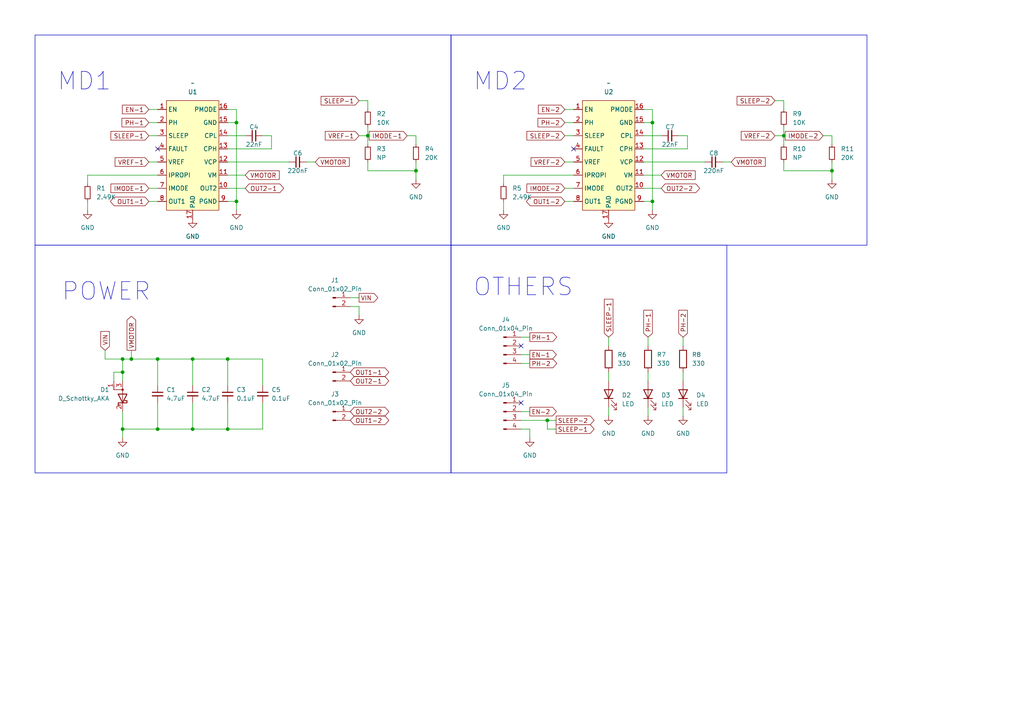
<source format=kicad_sch>
(kicad_sch (version 20230121) (generator eeschema)
  (paper "A4")
  (lib_symbols
    (symbol "@2023-2_MotorDriver:DRV8874"
      (property "Reference" "U" (at 0 1.27 0))
      (symbol "DRV8874_1_1"
        (rectangle (start -7.62 0) (end 7.62 -31.75) (fill (type background)))
        (pin passive line (at -10.16 -2.54 0) (length 2.54) (name "EN") (number "1"))
        (pin passive line (at 10.16 -25.4 180) (length 2.54) (name "OUT2") (number "10"))
        (pin passive line (at 10.16 -21.59 180) (length 2.54) (name "VM") (number "11"))
        (pin passive line (at 10.16 -17.78 180) (length 2.54) (name "VCP") (number "12"))
        (pin passive line (at 10.16 -13.97 180) (length 2.54) (name "CPH") (number "13"))
        (pin passive line (at 10.16 -10.16 180) (length 2.54) (name "CPL") (number "14"))
        (pin passive line (at 10.16 -6.35 180) (length 2.54) (name "GND") (number "15"))
        (pin passive line (at 10.16 -2.54 180) (length 2.54) (name "PMODE") (number "16"))
        (pin passive line (at 0 -34.29 90) (length 2.54) (name "PAD") (number "17"))
        (pin passive line (at -10.16 -6.35 0) (length 2.54) (name "PH") (number "2"))
        (pin passive line (at -10.16 -10.16 0) (length 2.54) (name "SLEEP") (number "3"))
        (pin passive line (at -10.16 -13.97 0) (length 2.54) (name "FAULT") (number "4"))
        (pin passive line (at -10.16 -17.78 0) (length 2.54) (name "VREF") (number "5"))
        (pin passive line (at -10.16 -21.59 0) (length 2.54) (name "IPROPI") (number "6"))
        (pin passive line (at -10.16 -25.4 0) (length 2.54) (name "IMODE") (number "7"))
        (pin passive line (at -10.16 -29.21 0) (length 2.54) (name "OUT1") (number "8"))
        (pin passive line (at 10.16 -29.21 180) (length 2.54) (name "PGND") (number "9"))
      )
    )
    (symbol "Connector:Conn_01x02_Pin" (pin_names (offset 1.016) hide)
      (property "Reference" "J" (at 0 2.54 0))
      (property "Value" "Conn_01x02_Pin" (at 0 -5.08 0))
      (symbol "Conn_01x02_Pin_1_1"
        (polyline (pts (xy 1.27 -2.54) (xy 0.8636 -2.54)) (stroke (width 0.1524)))
        (polyline (pts (xy 1.27 0) (xy 0.8636 0)) (stroke (width 0.1524)))
        (rectangle (start 0.8636 -2.413) (end 0 -2.667) (stroke (width 0.1524)) (fill (type outline)))
        (rectangle (start 0.8636 0.127) (end 0 -0.127) (stroke (width 0.1524)) (fill (type outline)))
        (pin passive line (at 5.08 0 180) (length 3.81) (name "Pin_1") (number "1"))
        (pin passive line (at 5.08 -2.54 180) (length 3.81) (name "Pin_2") (number "2"))
      )
    )
    (symbol "Connector:Conn_01x04_Pin" (pin_names (offset 1.016) hide)
      (property "Reference" "J" (at 0 5.08 0))
      (property "Value" "Conn_01x04_Pin" (at 0 -7.62 0))
      (symbol "Conn_01x04_Pin_1_1"
        (polyline (pts (xy 1.27 -5.08) (xy 0.8636 -5.08)) (stroke (width 0.1524)))
        (polyline (pts (xy 1.27 -2.54) (xy 0.8636 -2.54)) (stroke (width 0.1524)))
        (polyline (pts (xy 1.27 0) (xy 0.8636 0)) (stroke (width 0.1524)))
        (polyline (pts (xy 1.27 2.54) (xy 0.8636 2.54)) (stroke (width 0.1524)))
        (rectangle (start 0.8636 -4.953) (end 0 -5.207) (stroke (width 0.1524)) (fill (type outline)))
        (rectangle (start 0.8636 -2.413) (end 0 -2.667) (stroke (width 0.1524)) (fill (type outline)))
        (rectangle (start 0.8636 0.127) (end 0 -0.127) (stroke (width 0.1524)) (fill (type outline)))
        (rectangle (start 0.8636 2.667) (end 0 2.413) (stroke (width 0.1524)) (fill (type outline)))
        (pin passive line (at 5.08 2.54 180) (length 3.81) (name "Pin_1") (number "1"))
        (pin passive line (at 5.08 0 180) (length 3.81) (name "Pin_2") (number "2"))
        (pin passive line (at 5.08 -2.54 180) (length 3.81) (name "Pin_3") (number "3"))
        (pin passive line (at 5.08 -5.08 180) (length 3.81) (name "Pin_4") (number "4"))
      )
    )
    (symbol "Device:C_Small" (pin_numbers hide) (pin_names (offset 0.254) hide)
      (property "Reference" "C" (at 0.254 1.778 0))
      (property "Value" "C_Small" (at 0.254 -2.032 0))
      (symbol "C_Small_0_1"
        (polyline (pts (xy -1.524 -0.508) (xy 1.524 -0.508)) (stroke (width 0.3302)))
        (polyline (pts (xy -1.524 0.508) (xy 1.524 0.508)) (stroke (width 0.3048)))
      )
      (symbol "C_Small_1_1"
        (pin passive line (at 0 2.54 270) (length 2.032) (name "~") (number "1"))
        (pin passive line (at 0 -2.54 90) (length 2.032) (name "~") (number "2"))
      )
    )
    (symbol "Device:D_Schottky_AKA" (pin_names (offset 0) hide)
      (property "Reference" "D" (at 0 2.54 0))
      (property "Value" "D_Schottky_AKA" (at 0 -2.54 0))
      (symbol "D_Schottky_AKA_0_1"
        (polyline (pts (xy 1.27 1.27) (xy 1.27 -1.27) (xy -1.27 0) (xy 1.27 1.27)) (stroke (width 0.254)))
        (polyline (pts (xy 3.81 2.54) (xy 2.54 2.54) (xy 2.54 0) (xy -1.27 0)))
        (polyline (pts (xy -1.905 0.635) (xy -1.905 1.27) (xy -1.27 1.27) (xy -1.27 -1.27) (xy -0.635 -1.27) (xy -0.635 -0.635)) (stroke (width 0.254)))
        (circle (center 2.54 0) (radius 0.254) (fill (type outline)))
      )
      (symbol "D_Schottky_AKA_1_1"
        (pin input line (at 5.08 2.54 180) (length 2.54) (name "A") (number "1"))
        (pin passive line (at -3.81 0 0) (length 2.54) (name "K") (number "2"))
        (pin passive line (at 5.08 0 180) (length 2.54) (name "A") (number "3"))
      )
    )
    (symbol "Device:LED" (pin_numbers hide) (pin_names (offset 1.016) hide)
      (property "Reference" "D" (at 0 2.54 0))
      (property "Value" "LED" (at 0 -2.54 0))
      (symbol "LED_0_1"
        (polyline (pts (xy -1.27 -1.27) (xy -1.27 1.27)) (stroke (width 0.254)))
        (polyline (pts (xy -1.27 0) (xy 1.27 0)))
        (polyline (pts (xy 1.27 -1.27) (xy 1.27 1.27) (xy -1.27 0) (xy 1.27 -1.27)) (stroke (width 0.254)))
        (polyline (pts (xy -3.048 -0.762) (xy -4.572 -2.286) (xy -3.81 -2.286) (xy -4.572 -2.286) (xy -4.572 -1.524)))
        (polyline (pts (xy -1.778 -0.762) (xy -3.302 -2.286) (xy -2.54 -2.286) (xy -3.302 -2.286) (xy -3.302 -1.524)))
      )
      (symbol "LED_1_1"
        (pin passive line (at -3.81 0 0) (length 2.54) (name "K") (number "1"))
        (pin passive line (at 3.81 0 180) (length 2.54) (name "A") (number "2"))
      )
    )
    (symbol "Device:R" (pin_numbers hide) (pin_names (offset 0))
      (property "Reference" "R" (at 2.032 0 90))
      (property "Value" "R" (at 0 0 90))
      (symbol "R_0_1"
        (rectangle (start -1.016 -2.54) (end 1.016 2.54) (stroke (width 0.254)))
      )
      (symbol "R_1_1"
        (pin passive line (at 0 3.81 270) (length 1.27) (name "~") (number "1"))
        (pin passive line (at 0 -3.81 90) (length 1.27) (name "~") (number "2"))
      )
    )
    (symbol "Device:R_Small" (pin_numbers hide) (pin_names (offset 0.254) hide)
      (property "Reference" "R" (at 0.762 0.508 0))
      (property "Value" "R_Small" (at 0.762 -1.016 0))
      (symbol "R_Small_0_1"
        (rectangle (start -0.762 1.778) (end 0.762 -1.778) (stroke (width 0.2032)))
      )
      (symbol "R_Small_1_1"
        (pin passive line (at 0 2.54 270) (length 0.762) (name "~") (number "1"))
        (pin passive line (at 0 -2.54 90) (length 0.762) (name "~") (number "2"))
      )
    )
    (symbol "power:GND" (power) (pin_names (offset 0))
      (property "Value" "GND" (at 0 -3.81 0))
      (symbol "GND_0_1"
        (polyline (pts (xy 0 0) (xy 0 -1.27) (xy 1.27 -1.27) (xy 0 -2.54) (xy -1.27 -1.27) (xy 0 -1.27)))
      )
      (symbol "GND_1_1"
        (pin power_in line (at 0 0 270) (length 0) hide (name "GND") (number "1"))
      )
    )
  )
  (junction (at 68.58 35.56))
  (junction (at 38.1 104.14))
  (junction (at 68.58 58.42))
  (junction (at 55.88 104.14))
  (junction (at 66.04 124.46))
  (junction (at 120.65 49.53))
  (junction (at 55.88 124.46))
  (junction (at 106.68 39.37))
  (junction (at 66.04 104.14))
  (junction (at 241.3 49.53))
  (junction (at 45.72 104.14))
  (junction (at 45.72 124.46))
  (junction (at 35.56 124.46))
  (junction (at 35.56 107.95))
  (junction (at 158.75 121.92))
  (junction (at 35.56 104.14))
  (junction (at 189.23 58.42))
  (junction (at 189.23 35.56))
  (junction (at 227.33 39.37))
  (no_connect (at 45.72 43.18))
  (no_connect (at 151.13 116.84))
  (no_connect (at 151.13 100.33))
  (no_connect (at 166.37 43.18))
  (wire (pts (xy 227.33 39.37) (xy 227.33 41.91)))
  (wire (pts (xy 35.56 119.38) (xy 35.56 124.46)))
  (wire (pts (xy 176.53 107.95) (xy 176.53 110.49)))
  (wire (pts (xy 66.04 50.8) (xy 71.12 50.8)))
  (wire (pts (xy 163.83 46.99) (xy 166.37 46.99)))
  (wire (pts (xy 43.18 35.56) (xy 45.72 35.56)))
  (wire (pts (xy 66.04 35.56) (xy 68.58 35.56)))
  (wire (pts (xy 120.65 46.99) (xy 120.65 49.53)))
  (wire (pts (xy 158.75 121.92) (xy 161.29 121.92)))
  (wire (pts (xy 176.53 118.11) (xy 176.53 120.65)))
  (wire (pts (xy 106.68 36.83) (xy 106.68 39.37)))
  (wire (pts (xy 33.02 110.49) (xy 33.02 107.95)))
  (wire (pts (xy 68.58 58.42) (xy 68.58 60.96)))
  (wire (pts (xy 187.96 107.95) (xy 187.96 110.49)))
  (wire (pts (xy 30.48 101.6) (xy 30.48 104.14)))
  (wire (pts (xy 66.04 39.37) (xy 71.12 39.37)))
  (wire (pts (xy 186.69 54.61) (xy 191.77 54.61)))
  (wire (pts (xy 163.83 58.42) (xy 166.37 58.42)))
  (wire (pts (xy 35.56 124.46) (xy 35.56 127)))
  (wire (pts (xy 163.83 31.75) (xy 166.37 31.75)))
  (wire (pts (xy 224.79 29.21) (xy 227.33 29.21)))
  (wire (pts (xy 66.04 31.75) (xy 68.58 31.75)))
  (wire (pts (xy 45.72 124.46) (xy 55.88 124.46)))
  (wire (pts (xy 224.79 39.37) (xy 227.33 39.37)))
  (wire (pts (xy 241.3 46.99) (xy 241.3 49.53)))
  (wire (pts (xy 151.13 97.79) (xy 153.67 97.79)))
  (wire (pts (xy 106.68 29.21) (xy 106.68 31.75)))
  (wire (pts (xy 43.18 46.99) (xy 45.72 46.99)))
  (wire (pts (xy 66.04 58.42) (xy 68.58 58.42)))
  (wire (pts (xy 106.68 39.37) (xy 106.68 41.91)))
  (wire (pts (xy 104.14 39.37) (xy 106.68 39.37)))
  (wire (pts (xy 158.75 124.46) (xy 161.29 124.46)))
  (wire (pts (xy 186.69 46.99) (xy 204.47 46.99)))
  (wire (pts (xy 186.69 39.37) (xy 191.77 39.37)))
  (wire (pts (xy 186.69 35.56) (xy 189.23 35.56)))
  (wire (pts (xy 38.1 101.6) (xy 38.1 104.14)))
  (wire (pts (xy 163.83 35.56) (xy 166.37 35.56)))
  (wire (pts (xy 55.88 111.76) (xy 55.88 104.14)))
  (wire (pts (xy 76.2 39.37) (xy 78.74 39.37)))
  (wire (pts (xy 55.88 104.14) (xy 66.04 104.14)))
  (wire (pts (xy 241.3 39.37) (xy 241.3 41.91)))
  (wire (pts (xy 186.69 43.18) (xy 199.39 43.18)))
  (wire (pts (xy 146.05 50.8) (xy 166.37 50.8)))
  (wire (pts (xy 35.56 104.14) (xy 35.56 107.95)))
  (wire (pts (xy 104.14 88.9) (xy 104.14 91.44)))
  (wire (pts (xy 158.75 124.46) (xy 158.75 121.92)))
  (wire (pts (xy 88.9 46.99) (xy 91.44 46.99)))
  (wire (pts (xy 198.12 118.11) (xy 198.12 120.65)))
  (wire (pts (xy 176.53 97.79) (xy 176.53 100.33)))
  (wire (pts (xy 66.04 104.14) (xy 76.2 104.14)))
  (wire (pts (xy 199.39 39.37) (xy 199.39 43.18)))
  (wire (pts (xy 38.1 104.14) (xy 45.72 104.14)))
  (wire (pts (xy 238.76 39.37) (xy 241.3 39.37)))
  (wire (pts (xy 151.13 102.87) (xy 153.67 102.87)))
  (wire (pts (xy 153.67 124.46) (xy 153.67 127)))
  (wire (pts (xy 43.18 58.42) (xy 45.72 58.42)))
  (wire (pts (xy 25.4 58.42) (xy 25.4 60.96)))
  (wire (pts (xy 35.56 104.14) (xy 38.1 104.14)))
  (wire (pts (xy 106.68 46.99) (xy 106.68 49.53)))
  (wire (pts (xy 186.69 31.75) (xy 189.23 31.75)))
  (wire (pts (xy 55.88 124.46) (xy 66.04 124.46)))
  (wire (pts (xy 101.6 86.36) (xy 104.14 86.36)))
  (wire (pts (xy 78.74 39.37) (xy 78.74 43.18)))
  (wire (pts (xy 146.05 58.42) (xy 146.05 60.96)))
  (wire (pts (xy 198.12 97.79) (xy 198.12 100.33)))
  (wire (pts (xy 120.65 49.53) (xy 120.65 52.07)))
  (wire (pts (xy 68.58 31.75) (xy 68.58 35.56)))
  (wire (pts (xy 45.72 104.14) (xy 55.88 104.14)))
  (wire (pts (xy 189.23 35.56) (xy 189.23 58.42)))
  (wire (pts (xy 196.85 39.37) (xy 199.39 39.37)))
  (wire (pts (xy 66.04 54.61) (xy 71.12 54.61)))
  (wire (pts (xy 227.33 49.53) (xy 241.3 49.53)))
  (wire (pts (xy 146.05 53.34) (xy 146.05 50.8)))
  (wire (pts (xy 66.04 124.46) (xy 66.04 116.84)))
  (wire (pts (xy 66.04 111.76) (xy 66.04 104.14)))
  (wire (pts (xy 227.33 36.83) (xy 227.33 39.37)))
  (wire (pts (xy 209.55 46.99) (xy 212.09 46.99)))
  (wire (pts (xy 163.83 39.37) (xy 166.37 39.37)))
  (wire (pts (xy 186.69 58.42) (xy 189.23 58.42)))
  (wire (pts (xy 30.48 104.14) (xy 35.56 104.14)))
  (wire (pts (xy 43.18 39.37) (xy 45.72 39.37)))
  (wire (pts (xy 186.69 50.8) (xy 191.77 50.8)))
  (wire (pts (xy 35.56 124.46) (xy 45.72 124.46)))
  (wire (pts (xy 35.56 107.95) (xy 35.56 110.49)))
  (wire (pts (xy 187.96 97.79) (xy 187.96 100.33)))
  (wire (pts (xy 227.33 46.99) (xy 227.33 49.53)))
  (wire (pts (xy 118.11 39.37) (xy 120.65 39.37)))
  (wire (pts (xy 104.14 29.21) (xy 106.68 29.21)))
  (wire (pts (xy 189.23 58.42) (xy 189.23 60.96)))
  (wire (pts (xy 45.72 116.84) (xy 45.72 124.46)))
  (wire (pts (xy 189.23 31.75) (xy 189.23 35.56)))
  (wire (pts (xy 101.6 88.9) (xy 104.14 88.9)))
  (wire (pts (xy 25.4 53.34) (xy 25.4 50.8)))
  (wire (pts (xy 163.83 54.61) (xy 166.37 54.61)))
  (wire (pts (xy 66.04 46.99) (xy 83.82 46.99)))
  (wire (pts (xy 198.12 107.95) (xy 198.12 110.49)))
  (wire (pts (xy 68.58 35.56) (xy 68.58 58.42)))
  (wire (pts (xy 151.13 119.38) (xy 153.67 119.38)))
  (wire (pts (xy 25.4 50.8) (xy 45.72 50.8)))
  (wire (pts (xy 76.2 116.84) (xy 76.2 124.46)))
  (wire (pts (xy 227.33 29.21) (xy 227.33 31.75)))
  (wire (pts (xy 45.72 104.14) (xy 45.72 111.76)))
  (wire (pts (xy 43.18 31.75) (xy 45.72 31.75)))
  (wire (pts (xy 120.65 39.37) (xy 120.65 41.91)))
  (wire (pts (xy 151.13 121.92) (xy 158.75 121.92)))
  (wire (pts (xy 33.02 107.95) (xy 35.56 107.95)))
  (wire (pts (xy 66.04 43.18) (xy 78.74 43.18)))
  (wire (pts (xy 151.13 105.41) (xy 153.67 105.41)))
  (wire (pts (xy 106.68 49.53) (xy 120.65 49.53)))
  (wire (pts (xy 187.96 118.11) (xy 187.96 120.65)))
  (wire (pts (xy 151.13 124.46) (xy 153.67 124.46)))
  (wire (pts (xy 43.18 54.61) (xy 45.72 54.61)))
  (wire (pts (xy 76.2 104.14) (xy 76.2 111.76)))
  (wire (pts (xy 55.88 116.84) (xy 55.88 124.46)))
  (wire (pts (xy 76.2 124.46) (xy 66.04 124.46)))
  (wire (pts (xy 241.3 49.53) (xy 241.3 52.07)))
  (rectangle (start 10.16 71.12) (end 130.81 137.16))
  (rectangle (start 10.16 10.16) (end 130.81 71.12))
  (rectangle (start 130.81 71.12) (end 210.82 137.16))
  (rectangle (start 130.81 10.16) (end 251.46 71.12))
  (text "MD1" (at 16.51 26.67 0) (effects (font (size 5.08 5.08)) (justify left bottom)))
  (text "POWER" (at 17.78 87.63 0) (effects (font (size 5.08 5.08)) (justify left bottom)))
  (text "OTHERS" (at 137.16 86.36 0) (effects (font (size 5.08 5.08)) (justify left bottom)))
  (text "MD2" (at 137.16 26.67 0) (effects (font (size 5.08 5.08)) (justify left bottom)))
  (global_label "SLEEP-1" (shape input) (at 176.53 97.79 90) (property "Intersheetrefs" "${INTERSHEET_REFS}" (effects hide)))
  (global_label "SLEEP-2" (shape input) (at 224.79 29.21 180) (property "Intersheetrefs" "${INTERSHEET_REFS}" (effects hide)))
  (global_label "SLEEP-1" (shape input) (at 104.14 29.21 180) (property "Intersheetrefs" "${INTERSHEET_REFS}" (effects hide)))
  (global_label "SLEEP-1" (shape output) (at 161.29 124.46 0) (property "Intersheetrefs" "${INTERSHEET_REFS}" (effects hide)))
  (global_label "OUT2-2" (shape bidirectional) (at 191.77 54.61 0) (property "Intersheetrefs" "${INTERSHEET_REFS}" (effects hide)))
  (global_label "VREF-2" (shape input) (at 224.79 39.37 180) (property "Intersheetrefs" "${INTERSHEET_REFS}" (effects hide)))
  (global_label "VMOTOR" (shape output) (at 38.1 101.6 90) (property "Intersheetrefs" "${INTERSHEET_REFS}" (effects hide)))
  (global_label "SLEEP-1" (shape input) (at 43.18 39.37 180) (property "Intersheetrefs" "${INTERSHEET_REFS}" (effects hide)))
  (global_label "PH-2" (shape input) (at 163.83 35.56 180) (property "Intersheetrefs" "${INTERSHEET_REFS}" (effects hide)))
  (global_label "VMOTOR" (shape input) (at 191.77 50.8 0) (property "Intersheetrefs" "${INTERSHEET_REFS}" (effects hide)))
  (global_label "OUT1-1" (shape bidirectional) (at 43.18 58.42 180) (property "Intersheetrefs" "${INTERSHEET_REFS}" (effects hide)))
  (global_label "OUT2-1" (shape bidirectional) (at 101.6 110.49 0) (property "Intersheetrefs" "${INTERSHEET_REFS}" (effects hide)))
  (global_label "PH-1" (shape input) (at 187.96 97.79 90) (property "Intersheetrefs" "${INTERSHEET_REFS}" (effects hide)))
  (global_label "SLEEP-2" (shape output) (at 161.29 121.92 0) (property "Intersheetrefs" "${INTERSHEET_REFS}" (effects hide)))
  (global_label "PH-2" (shape input) (at 198.12 97.79 90) (property "Intersheetrefs" "${INTERSHEET_REFS}" (effects hide)))
  (global_label "PH-1" (shape input) (at 43.18 35.56 180) (property "Intersheetrefs" "${INTERSHEET_REFS}" (effects hide)))
  (global_label "OUT1-1" (shape bidirectional) (at 101.6 107.95 0) (property "Intersheetrefs" "${INTERSHEET_REFS}" (effects hide)))
  (global_label "EN-2" (shape output) (at 153.67 119.38 0) (property "Intersheetrefs" "${INTERSHEET_REFS}" (effects hide)))
  (global_label "IMODE-1" (shape input) (at 43.18 54.61 180) (property "Intersheetrefs" "${INTERSHEET_REFS}" (effects hide)))
  (global_label "PH-1" (shape output) (at 153.67 97.79 0) (property "Intersheetrefs" "${INTERSHEET_REFS}" (effects hide)))
  (global_label "OUT1-2" (shape bidirectional) (at 163.83 58.42 180) (property "Intersheetrefs" "${INTERSHEET_REFS}" (effects hide)))
  (global_label "VREF-2" (shape input) (at 163.83 46.99 180) (property "Intersheetrefs" "${INTERSHEET_REFS}" (effects hide)))
  (global_label "VIN" (shape input) (at 30.48 101.6 90) (property "Intersheetrefs" "${INTERSHEET_REFS}" (effects hide)))
  (global_label "OUT2-1" (shape bidirectional) (at 71.12 54.61 0) (property "Intersheetrefs" "${INTERSHEET_REFS}" (effects hide)))
  (global_label "EN-2" (shape input) (at 163.83 31.75 180) (property "Intersheetrefs" "${INTERSHEET_REFS}" (effects hide)))
  (global_label "VMOTOR" (shape input) (at 71.12 50.8 0) (property "Intersheetrefs" "${INTERSHEET_REFS}" (effects hide)))
  (global_label "IMODE-1" (shape input) (at 118.11 39.37 180) (property "Intersheetrefs" "${INTERSHEET_REFS}" (effects hide)))
  (global_label "EN-1" (shape input) (at 43.18 31.75 180) (property "Intersheetrefs" "${INTERSHEET_REFS}" (effects hide)))
  (global_label "VMOTOR" (shape input) (at 91.44 46.99 0) (property "Intersheetrefs" "${INTERSHEET_REFS}" (effects hide)))
  (global_label "OUT2-2" (shape bidirectional) (at 101.6 119.38 0) (property "Intersheetrefs" "${INTERSHEET_REFS}" (effects hide)))
  (global_label "VIN" (shape output) (at 104.14 86.36 0) (property "Intersheetrefs" "${INTERSHEET_REFS}" (effects hide)))
  (global_label "VREF-1" (shape input) (at 104.14 39.37 180) (property "Intersheetrefs" "${INTERSHEET_REFS}" (effects hide)))
  (global_label "EN-1" (shape output) (at 153.67 102.87 0) (property "Intersheetrefs" "${INTERSHEET_REFS}" (effects hide)))
  (global_label "PH-2" (shape output) (at 153.67 105.41 0) (property "Intersheetrefs" "${INTERSHEET_REFS}" (effects hide)))
  (global_label "IMODE-2" (shape input) (at 238.76 39.37 180) (property "Intersheetrefs" "${INTERSHEET_REFS}" (effects hide)))
  (global_label "VMOTOR" (shape input) (at 212.09 46.99 0) (property "Intersheetrefs" "${INTERSHEET_REFS}" (effects hide)))
  (global_label "OUT1-2" (shape bidirectional) (at 101.6 121.92 0) (property "Intersheetrefs" "${INTERSHEET_REFS}" (effects hide)))
  (global_label "VREF-1" (shape input) (at 43.18 46.99 180) (property "Intersheetrefs" "${INTERSHEET_REFS}" (effects hide)))
  (global_label "IMODE-2" (shape input) (at 163.83 54.61 180) (property "Intersheetrefs" "${INTERSHEET_REFS}" (effects hide)))
  (global_label "SLEEP-2" (shape input) (at 163.83 39.37 180) (property "Intersheetrefs" "${INTERSHEET_REFS}" (effects hide)))
  (symbol (lib_id "Device:C_Small") (at 194.31 39.37 90) (unit 1)
    (property "Reference" "C7" (at 194.31 36.83 90))
    (property "Value" "22nF" (at 194.31 41.91 90))
    (property "Footprint" "Capacitor_SMD:C_0603_1608Metric" (effects hide))
  )
  (symbol (lib_id "Connector:Conn_01x04_Pin") (at 146.05 119.38 0) (unit 1)
    (property "Reference" "J5" (at 146.685 111.76 0))
    (property "Value" "Conn_01x04_Pin" (at 146.685 114.3 0))
    (property "Footprint" "Connector_JST:JST_XH_B4B-XH-A_1x04_P2.50mm_Vertical" (effects hide))
  )
  (symbol (lib_id "Device:LED") (at 198.12 114.3 90) (unit 1)
    (property "Reference" "D4" (at 201.93 114.6175 90) (effects (justify right)))
    (property "Value" "LED" (at 201.93 117.1575 90) (effects (justify right)))
    (property "Footprint" "LED_SMD:LED_0805_2012Metric" (effects hide))
  )
  (symbol (lib_id "Device:C_Small") (at 45.72 114.3 0) (unit 1)
    (property "Reference" "C1" (at 48.26 113.0363 0) (effects (justify left)))
    (property "Value" "4.7uF" (at 48.26 115.5763 0) (effects (justify left)))
    (property "Footprint" "Capacitor_SMD:C_0603_1608Metric" (effects hide))
  )
  (symbol (lib_id "power:GND") (at 120.65 52.07 0) (unit 1)
    (property "Reference" "#PWR06" (effects hide))
    (property "Value" "GND" (at 120.65 57.15 0))
  )
  (symbol (lib_id "Connector:Conn_01x02_Pin") (at 96.52 119.38 0) (unit 1)
    (property "Reference" "J3" (at 97.155 114.3 0))
    (property "Value" "Conn_01x02_Pin" (at 97.155 116.84 0))
    (property "Footprint" "@2023_MotorDriver:JST_VH_S2P-VH_1x02_P3.96mm_Horizontal" (effects hide))
  )
  (symbol (lib_id "power:GND") (at 241.3 52.07 0) (unit 1)
    (property "Reference" "#PWR014" (effects hide))
    (property "Value" "GND" (at 241.3 57.15 0))
  )
  (symbol (lib_id "Device:R_Small") (at 241.3 44.45 0) (unit 1)
    (property "Reference" "R11" (at 243.84 43.18 0) (effects (justify left)))
    (property "Value" "20K" (at 243.84 45.72 0) (effects (justify left)))
    (property "Footprint" "Resistor_SMD:R_0603_1608Metric" (effects hide))
  )
  (symbol (lib_id "Device:R") (at 198.12 104.14 0) (unit 1)
    (property "Reference" "R8" (at 200.66 102.87 0) (effects (justify left)))
    (property "Value" "330" (at 200.66 105.41 0) (effects (justify left)))
    (property "Footprint" "Resistor_SMD:R_0603_1608Metric" (effects hide))
  )
  (symbol (lib_id "power:GND") (at 176.53 63.5 0) (unit 1)
    (property "Reference" "#PWR09" (effects hide))
    (property "Value" "GND" (at 176.53 68.58 0))
  )
  (symbol (lib_id "@2023-2_MotorDriver:DRV8874") (at 55.88 29.21 0) (unit 1)
    (property "Reference" "U1" (at 55.88 26.67 0))
    (property "Value" "~" (at 55.88 24.13 0))
    (property "Footprint" "Package_SO:HTSSOP-16-1EP_4.4x5mm_P0.65mm_EP3.4x5mm_Mask2.46x2.31mm_ThermalVias" (effects hide))
  )
  (symbol (lib_id "Device:R_Small") (at 106.68 44.45 0) (unit 1)
    (property "Reference" "R3" (at 109.22 43.18 0) (effects (justify left)))
    (property "Value" "NP" (at 109.22 45.72 0) (effects (justify left)))
    (property "Footprint" "Resistor_SMD:R_0603_1608Metric" (effects hide))
  )
  (symbol (lib_id "power:GND") (at 187.96 120.65 0) (unit 1)
    (property "Reference" "#PWR011" (effects hide))
    (property "Value" "GND" (at 187.96 125.73 0))
  )
  (symbol (lib_id "power:GND") (at 153.67 127 0) (unit 1)
    (property "Reference" "#PWR08" (effects hide))
    (property "Value" "GND" (at 153.67 132.08 0))
  )
  (symbol (lib_id "Device:C_Small") (at 55.88 114.3 0) (unit 1)
    (property "Reference" "C2" (at 58.42 113.0363 0) (effects (justify left)))
    (property "Value" "4.7uF" (at 58.42 115.5763 0) (effects (justify left)))
    (property "Footprint" "Capacitor_SMD:C_0603_1608Metric" (effects hide))
  )
  (symbol (lib_id "Device:R_Small") (at 106.68 34.29 0) (unit 1)
    (property "Reference" "R2" (at 109.22 33.02 0) (effects (justify left)))
    (property "Value" "10K" (at 109.22 35.56 0) (effects (justify left)))
    (property "Footprint" "Resistor_SMD:R_0603_1608Metric" (effects hide))
  )
  (symbol (lib_id "Device:LED") (at 176.53 114.3 90) (unit 1)
    (property "Reference" "D2" (at 180.34 114.6175 90) (effects (justify right)))
    (property "Value" "LED" (at 180.34 117.1575 90) (effects (justify right)))
    (property "Footprint" "LED_SMD:LED_0805_2012Metric" (effects hide))
  )
  (symbol (lib_id "power:GND") (at 55.88 63.5 0) (unit 1)
    (property "Reference" "#PWR03" (effects hide))
    (property "Value" "GND" (at 55.88 68.58 0))
  )
  (symbol (lib_id "Device:C_Small") (at 86.36 46.99 90) (unit 1)
    (property "Reference" "C6" (at 86.36 44.45 90))
    (property "Value" "220nF" (at 86.36 49.53 90))
    (property "Footprint" "Capacitor_SMD:C_0603_1608Metric" (effects hide))
  )
  (symbol (lib_id "Device:C_Small") (at 76.2 114.3 0) (unit 1)
    (property "Reference" "C5" (at 78.74 113.0363 0) (effects (justify left)))
    (property "Value" "0.1uF" (at 78.74 115.5763 0) (effects (justify left)))
    (property "Footprint" "Capacitor_SMD:C_0603_1608Metric" (effects hide))
  )
  (symbol (lib_id "Device:D_Schottky_AKA") (at 35.56 115.57 90) (unit 1)
    (property "Reference" "D1" (at 31.75 113.03 90) (effects (justify left)))
    (property "Value" "D_Schottky_AKA" (at 31.75 115.57 90) (effects (justify left)))
    (property "Footprint" "Package_TO_SOT_SMD:TO-252-2" (effects hide))
  )
  (symbol (lib_id "Device:R_Small") (at 227.33 34.29 0) (unit 1)
    (property "Reference" "R9" (at 229.87 33.02 0) (effects (justify left)))
    (property "Value" "10K" (at 229.87 35.56 0) (effects (justify left)))
    (property "Footprint" "Resistor_SMD:R_0603_1608Metric" (effects hide))
  )
  (symbol (lib_id "Device:R") (at 176.53 104.14 0) (unit 1)
    (property "Reference" "R6" (at 179.07 102.87 0) (effects (justify left)))
    (property "Value" "330" (at 179.07 105.41 0) (effects (justify left)))
    (property "Footprint" "Resistor_SMD:R_0603_1608Metric" (effects hide))
  )
  (symbol (lib_id "Device:R_Small") (at 25.4 55.88 180) (unit 1)
    (property "Reference" "R1" (at 27.94 54.61 0) (effects (justify right)))
    (property "Value" "2.49K" (at 27.94 57.15 0) (effects (justify right)))
    (property "Footprint" "Resistor_SMD:R_0603_1608Metric" (effects hide))
  )
  (symbol (lib_id "power:GND") (at 104.14 91.44 0) (unit 1)
    (property "Reference" "#PWR05" (effects hide))
    (property "Value" "GND" (at 104.14 96.52 0))
  )
  (symbol (lib_id "power:GND") (at 68.58 60.96 0) (unit 1)
    (property "Reference" "#PWR04" (effects hide))
    (property "Value" "GND" (at 68.58 66.04 0))
  )
  (symbol (lib_id "power:GND") (at 146.05 60.96 0) (unit 1)
    (property "Reference" "#PWR07" (effects hide))
    (property "Value" "GND" (at 146.05 66.04 0))
  )
  (symbol (lib_id "Connector:Conn_01x02_Pin") (at 96.52 107.95 0) (unit 1)
    (property "Reference" "J2" (at 97.155 102.87 0))
    (property "Value" "Conn_01x02_Pin" (at 97.155 105.41 0))
    (property "Footprint" "@2023_MotorDriver:JST_VH_S2P-VH_1x02_P3.96mm_Horizontal" (effects hide))
  )
  (symbol (lib_id "power:GND") (at 35.56 127 0) (unit 1)
    (property "Reference" "#PWR02" (effects hide))
    (property "Value" "GND" (at 35.56 132.08 0))
  )
  (symbol (lib_id "Device:R_Small") (at 227.33 44.45 0) (unit 1)
    (property "Reference" "R10" (at 229.87 43.18 0) (effects (justify left)))
    (property "Value" "NP" (at 229.87 45.72 0) (effects (justify left)))
    (property "Footprint" "Resistor_SMD:R_0603_1608Metric" (effects hide))
  )
  (symbol (lib_id "Device:R") (at 187.96 104.14 0) (unit 1)
    (property "Reference" "R7" (at 190.5 102.87 0) (effects (justify left)))
    (property "Value" "330" (at 190.5 105.41 0) (effects (justify left)))
    (property "Footprint" "Resistor_SMD:R_0603_1608Metric" (effects hide))
  )
  (symbol (lib_id "Device:C_Small") (at 73.66 39.37 90) (unit 1)
    (property "Reference" "C4" (at 73.66 36.83 90))
    (property "Value" "22nF" (at 73.66 41.91 90))
    (property "Footprint" "Capacitor_SMD:C_0603_1608Metric" (effects hide))
  )
  (symbol (lib_id "Device:C_Small") (at 207.01 46.99 90) (unit 1)
    (property "Reference" "C8" (at 207.01 44.45 90))
    (property "Value" "220nF" (at 207.01 49.53 90))
    (property "Footprint" "Capacitor_SMD:C_0603_1608Metric" (effects hide))
  )
  (symbol (lib_id "Device:R_Small") (at 120.65 44.45 0) (unit 1)
    (property "Reference" "R4" (at 123.19 43.18 0) (effects (justify left)))
    (property "Value" "20K" (at 123.19 45.72 0) (effects (justify left)))
    (property "Footprint" "Resistor_SMD:R_0603_1608Metric" (effects hide))
  )
  (symbol (lib_id "power:GND") (at 189.23 60.96 0) (unit 1)
    (property "Reference" "#PWR012" (effects hide))
    (property "Value" "GND" (at 189.23 66.04 0))
  )
  (symbol (lib_id "power:GND") (at 176.53 120.65 0) (unit 1)
    (property "Reference" "#PWR010" (effects hide))
    (property "Value" "GND" (at 176.53 125.73 0))
  )
  (symbol (lib_id "Connector:Conn_01x04_Pin") (at 146.05 100.33 0) (unit 1)
    (property "Reference" "J4" (at 146.685 92.71 0))
    (property "Value" "Conn_01x04_Pin" (at 146.685 95.25 0))
    (property "Footprint" "Connector_JST:JST_XH_B4B-XH-A_1x04_P2.50mm_Vertical" (effects hide))
  )
  (symbol (lib_id "Device:LED") (at 187.96 114.3 90) (unit 1)
    (property "Reference" "D3" (at 191.77 114.6175 90) (effects (justify right)))
    (property "Value" "LED" (at 191.77 117.1575 90) (effects (justify right)))
    (property "Footprint" "LED_SMD:LED_0805_2012Metric" (effects hide))
  )
  (symbol (lib_id "power:GND") (at 25.4 60.96 0) (unit 1)
    (property "Reference" "#PWR01" (effects hide))
    (property "Value" "GND" (at 25.4 66.04 0))
  )
  (symbol (lib_id "@2023-2_MotorDriver:DRV8874") (at 176.53 29.21 0) (unit 1)
    (property "Reference" "U2" (at 176.53 26.67 0))
    (property "Value" "~" (at 176.53 24.13 0))
    (property "Footprint" "Package_SO:HTSSOP-16-1EP_4.4x5mm_P0.65mm_EP3.4x5mm_Mask2.46x2.31mm_ThermalVias" (effects hide))
  )
  (symbol (lib_id "Device:R_Small") (at 146.05 55.88 180) (unit 1)
    (property "Reference" "R5" (at 148.59 54.61 0) (effects (justify right)))
    (property "Value" "2.49K" (at 148.59 57.15 0) (effects (justify right)))
    (property "Footprint" "Resistor_SMD:R_0603_1608Metric" (effects hide))
  )
  (symbol (lib_id "Connector:Conn_01x02_Pin") (at 96.52 86.36 0) (unit 1)
    (property "Reference" "J1" (at 97.155 81.28 0))
    (property "Value" "Conn_01x02_Pin" (at 97.155 83.82 0))
    (property "Footprint" "Connector_JST:JST_VH_B2P-VH-B_1x02_P3.96mm_Vertical" (effects hide))
  )
  (symbol (lib_id "Device:C_Small") (at 66.04 114.3 0) (unit 1)
    (property "Reference" "C3" (at 68.58 113.0363 0) (effects (justify left)))
    (property "Value" "0.1uF" (at 68.58 115.5763 0) (effects (justify left)))
    (property "Footprint" "Capacitor_SMD:C_0603_1608Metric" (effects hide))
  )
  (symbol (lib_id "power:GND") (at 198.12 120.65 0) (unit 1)
    (property "Reference" "#PWR013" (effects hide))
    (property "Value" "GND" (at 198.12 125.73 0))
  )
)
</source>
